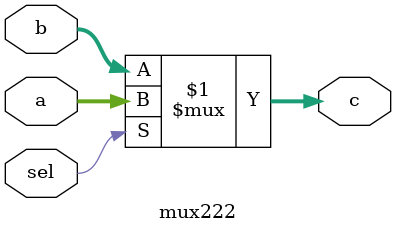
<source format=v>
`timescale 1ns / 1ps
module mux222(
	 input [31:0] a,
    input [31:0] b,
    input sel,
    output [31:0] c
    );
	 assign c = (sel)?a:b;
    


endmodule

</source>
